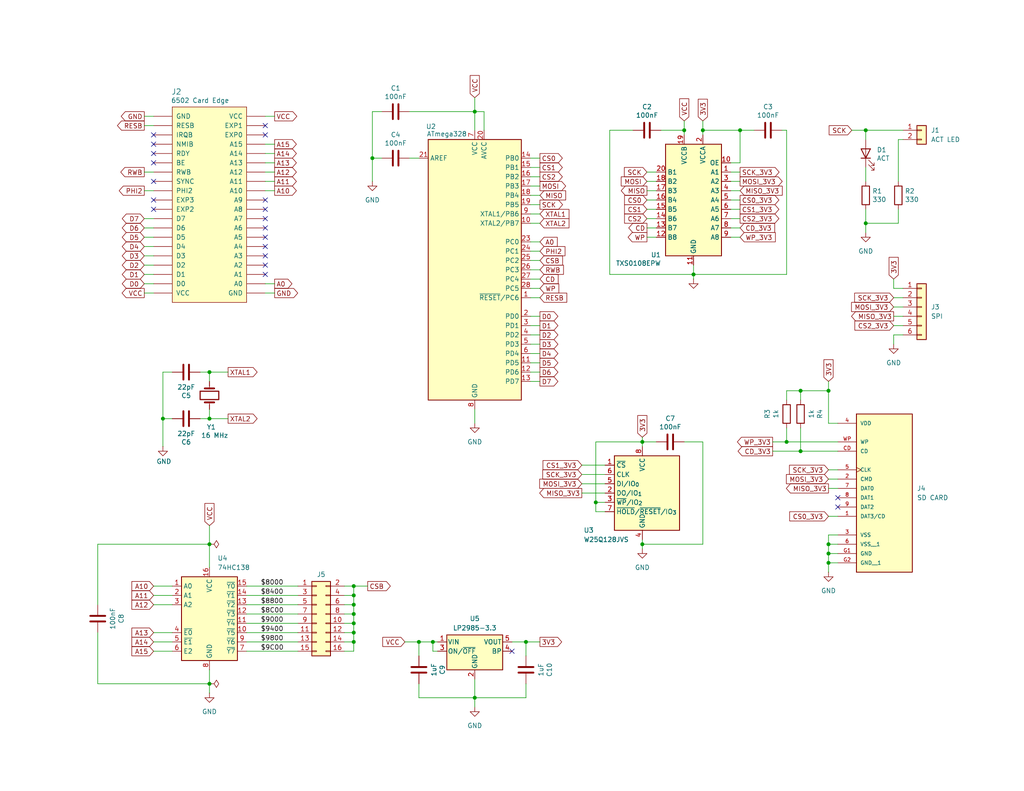
<source format=kicad_sch>
(kicad_sch (version 20250114) (generator "eeschema") (generator_version "9.0")
  (paper "USLetter")
  (title_block (title "6502 Storage Card Pro") (date "2025-12-08") (rev "1.0") (company "A.C. Wright Design"))
  (lib_symbols
    (symbol "6502 Parts:10067847-001RLF" (pin_names (offset 1.016))
      (property "Reference" "J" (at -7.62 19.05 0))
      (property "Value" "10067847-001RLF" (at -7.62 -27.94 0))
      (symbol "10067847-001RLF_0_0"
        (pin power_in line (at -12.7 15.24 0) (length 5.08) (name "VDD") (number "4"))
        (pin input line (at -12.7 10.16 0) (length 5.08) (name "WP") (number "WP"))
        (pin input line (at -12.7 7.62 0) (length 5.08) (name "CD") (number "CD"))
        (pin bidirectional clock (at -12.7 2.54 0) (length 5.08) (name "CLK") (number "5"))
        (pin bidirectional line (at -12.7 0 0) (length 5.08) (name "CMD") (number "2"))
        (pin bidirectional line (at -12.7 -2.54 0) (length 5.08) (name "DAT0") (number "7"))
        (pin bidirectional line (at -12.7 -5.08 0) (length 5.08) (name "DAT1") (number "8"))
        (pin bidirectional line (at -12.7 -7.62 0) (length 5.08) (name "DAT2") (number "9"))
        (pin bidirectional line (at -12.7 -10.16 0) (length 5.08) (name "DAT3/CD") (number "1"))
        (pin power_in line (at -12.7 -15.24 0) (length 5.08) (name "VSS") (number "3"))
        (pin power_in line (at -12.7 -17.78 0) (length 5.08) (name "VSS__1") (number "6"))
        (pin power_in line (at -12.7 -20.32 0) (length 5.08) (name "GND") (number "G1"))
        (pin power_in line (at -12.7 -22.86 0) (length 5.08) (name "GND__1") (number "G2"))
      )
    )
    (symbol "6502 Parts:6502 Card Edge" (pin_names (offset 1.016)) (in_bom no)
      (property "Reference" "J" (at -10.16 28.448 0))
      (property "Value" "6502 Card Edge" (at -5.588 26.924 0))
      (symbol "6502 Card Edge_1_0"
        (pin power_in line (at -15.24 22.86 0) (length 5.08) (name "GND") (number "GND"))
        (pin bidirectional line (at -15.24 20.32 0) (length 5.08) (name "RESB") (number "RESB"))
        (pin bidirectional line (at -15.24 17.78 0) (length 5.08) (name "IRQB") (number "IRQB"))
        (pin bidirectional line (at -15.24 15.24 0) (length 5.08) (name "NMIB") (number "NMIB"))
        (pin bidirectional line (at -15.24 12.7 0) (length 5.08) (name "RDY") (number "RDY"))
        (pin bidirectional line (at -15.24 10.16 0) (length 5.08) (name "BE") (number "BE"))
        (pin bidirectional line (at -15.24 7.62 0) (length 5.08) (name "RWB") (number "RWB"))
        (pin bidirectional line (at -15.24 5.08 0) (length 5.08) (name "SYNC") (number "SYNC"))
        (pin bidirectional line (at -15.24 2.54 0) (length 5.08) (name "PHI2") (number "PHI2"))
        (pin bidirectional line (at -15.24 0 0) (length 5.08) (name "EXP3") (number "EXP3"))
        (pin bidirectional line (at -15.24 -2.54 0) (length 5.08) (name "EXP2") (number "EXP2"))
        (pin bidirectional line (at -15.24 -5.08 0) (length 5.08) (name "D7") (number "D7"))
        (pin bidirectional line (at -15.24 -7.62 0) (length 5.08) (name "D6") (number "D6"))
        (pin bidirectional line (at -15.24 -10.16 0) (length 5.08) (name "D5") (number "D5"))
        (pin bidirectional line (at -15.24 -12.7 0) (length 5.08) (name "D4") (number "D4"))
        (pin bidirectional line (at -15.24 -15.24 0) (length 5.08) (name "D3") (number "D3"))
        (pin bidirectional line (at -15.24 -17.78 0) (length 5.08) (name "D2") (number "D2"))
        (pin bidirectional line (at -15.24 -20.32 0) (length 5.08) (name "D1") (number "D1"))
        (pin bidirectional line (at -15.24 -22.86 0) (length 5.08) (name "D0") (number "D0"))
        (pin power_in line (at -15.24 -25.4 0) (length 5.08) (name "VCC") (number "VCC"))
        (pin power_in line (at 15.24 22.86 180) (length 5.08) (name "VCC") (number "VCC"))
        (pin bidirectional line (at 15.24 20.32 180) (length 5.08) (name "EXP1") (number "EXP1"))
        (pin bidirectional line (at 15.24 17.78 180) (length 5.08) (name "EXP0") (number "EXP0"))
        (pin bidirectional line (at 15.24 15.24 180) (length 5.08) (name "A15") (number "A15"))
        (pin bidirectional line (at 15.24 12.7 180) (length 5.08) (name "A14") (number "A14"))
        (pin bidirectional line (at 15.24 10.16 180) (length 5.08) (name "A13") (number "A13"))
        (pin bidirectional line (at 15.24 7.62 180) (length 5.08) (name "A12") (number "A12"))
        (pin bidirectional line (at 15.24 5.08 180) (length 5.08) (name "A11") (number "A11"))
        (pin bidirectional line (at 15.24 2.54 180) (length 5.08) (name "A10") (number "A10"))
        (pin bidirectional line (at 15.24 0 180) (length 5.08) (name "A9") (number "A9"))
        (pin bidirectional line (at 15.24 -2.54 180) (length 5.08) (name "A8") (number "A8"))
        (pin bidirectional line (at 15.24 -5.08 180) (length 5.08) (name "A7") (number "A7"))
        (pin bidirectional line (at 15.24 -7.62 180) (length 5.08) (name "A6") (number "A6"))
        (pin bidirectional line (at 15.24 -10.16 180) (length 5.08) (name "A5") (number "A5"))
        (pin bidirectional line (at 15.24 -12.7 180) (length 5.08) (name "A4") (number "A4"))
        (pin bidirectional line (at 15.24 -15.24 180) (length 5.08) (name "A3") (number "A3"))
        (pin bidirectional line (at 15.24 -17.78 180) (length 5.08) (name "A2") (number "A2"))
        (pin bidirectional line (at 15.24 -20.32 180) (length 5.08) (name "A1") (number "A1"))
        (pin bidirectional line (at 15.24 -22.86 180) (length 5.08) (name "A0") (number "A0"))
        (pin power_in line (at 15.24 -25.4 180) (length 5.08) (name "GND") (number "GND"))
      )
    )
    (symbol "74xx:74HC138"
      (property "Reference" "U" (at -7.62 13.97 0))
      (property "Value" "74HC138" (at 2.54 -11.43 0))
      (symbol "74HC138_1_1"
        (pin input line (at -10.16 10.16 0) (length 2.54) (name "A0") (number "1"))
        (pin input line (at -10.16 7.62 0) (length 2.54) (name "A1") (number "2"))
        (pin input line (at -10.16 5.08 0) (length 2.54) (name "A2") (number "3"))
        (pin input line (at -10.16 -2.54 0) (length 2.54) (name "~{E0}") (number "4"))
        (pin input line (at -10.16 -5.08 0) (length 2.54) (name "~{E1}") (number "5"))
        (pin input line (at -10.16 -7.62 0) (length 2.54) (name "E2") (number "6"))
        (pin power_in line (at 0 15.24 270) (length 2.54) (name "VCC") (number "16"))
        (pin power_in line (at 0 -12.7 90) (length 2.54) (name "GND") (number "8"))
        (pin output line (at 10.16 10.16 180) (length 2.54) (name "~{Y0}") (number "15"))
        (pin output line (at 10.16 7.62 180) (length 2.54) (name "~{Y1}") (number "14"))
        (pin output line (at 10.16 5.08 180) (length 2.54) (name "~{Y2}") (number "13"))
        (pin output line (at 10.16 2.54 180) (length 2.54) (name "~{Y3}") (number "12"))
        (pin output line (at 10.16 0 180) (length 2.54) (name "~{Y4}") (number "11"))
        (pin output line (at 10.16 -2.54 180) (length 2.54) (name "~{Y5}") (number "10"))
        (pin output line (at 10.16 -5.08 180) (length 2.54) (name "~{Y6}") (number "9"))
        (pin output line (at 10.16 -7.62 180) (length 2.54) (name "~{Y7}") (number "7"))
      )
    )
    (symbol "Connector_Generic:Conn_01x02" (pin_names (offset 1.016) (hide yes))
      (property "Reference" "J" (at 0 2.54 0))
      (property "Value" "Conn_01x02" (at 0 -5.08 0))
      (symbol "Conn_01x02_1_1"
        (pin passive line (at -5.08 0 0) (length 3.81) (name "Pin_1") (number "1"))
        (pin passive line (at -5.08 -2.54 0) (length 3.81) (name "Pin_2") (number "2"))
      )
    )
    (symbol "Connector_Generic:Conn_01x06" (pin_names (offset 1.016) (hide yes))
      (property "Reference" "J" (at 0 7.62 0))
      (property "Value" "Conn_01x06" (at 0 -10.16 0))
      (symbol "Conn_01x06_1_1"
        (pin passive line (at -5.08 5.08 0) (length 3.81) (name "Pin_1") (number "1"))
        (pin passive line (at -5.08 2.54 0) (length 3.81) (name "Pin_2") (number "2"))
        (pin passive line (at -5.08 0 0) (length 3.81) (name "Pin_3") (number "3"))
        (pin passive line (at -5.08 -2.54 0) (length 3.81) (name "Pin_4") (number "4"))
        (pin passive line (at -5.08 -5.08 0) (length 3.81) (name "Pin_5") (number "5"))
        (pin passive line (at -5.08 -7.62 0) (length 3.81) (name "Pin_6") (number "6"))
      )
    )
    (symbol "Connector_Generic:Conn_02x08_Odd_Even" (pin_names (offset 1.016) (hide yes))
      (property "Reference" "J" (at 1.27 10.16 0))
      (property "Value" "Conn_02x08_Odd_Even" (at 1.27 -12.7 0))
      (symbol "Conn_02x08_Odd_Even_1_1"
        (pin passive line (at -5.08 7.62 0) (length 3.81) (name "Pin_1") (number "1"))
        (pin passive line (at -5.08 5.08 0) (length 3.81) (name "Pin_3") (number "3"))
        (pin passive line (at -5.08 2.54 0) (length 3.81) (name "Pin_5") (number "5"))
        (pin passive line (at -5.08 0 0) (length 3.81) (name "Pin_7") (number "7"))
        (pin passive line (at -5.08 -2.54 0) (length 3.81) (name "Pin_9") (number "9"))
        (pin passive line (at -5.08 -5.08 0) (length 3.81) (name "Pin_11") (number "11"))
        (pin passive line (at -5.08 -7.62 0) (length 3.81) (name "Pin_13") (number "13"))
        (pin passive line (at -5.08 -10.16 0) (length 3.81) (name "Pin_15") (number "15"))
        (pin passive line (at 7.62 7.62 180) (length 3.81) (name "Pin_2") (number "2"))
        (pin passive line (at 7.62 5.08 180) (length 3.81) (name "Pin_4") (number "4"))
        (pin passive line (at 7.62 2.54 180) (length 3.81) (name "Pin_6") (number "6"))
        (pin passive line (at 7.62 0 180) (length 3.81) (name "Pin_8") (number "8"))
        (pin passive line (at 7.62 -2.54 180) (length 3.81) (name "Pin_10") (number "10"))
        (pin passive line (at 7.62 -5.08 180) (length 3.81) (name "Pin_12") (number "12"))
        (pin passive line (at 7.62 -7.62 180) (length 3.81) (name "Pin_14") (number "14"))
        (pin passive line (at 7.62 -10.16 180) (length 3.81) (name "Pin_16") (number "16"))
      )
    )
    (symbol "Device:C" (pin_numbers (hide yes)) (pin_names (offset 0.254))
      (property "Reference" "C" (at 0.635 2.54 0))
      (property "Value" "C" (at 0.635 -2.54 0))
      (symbol "C_1_1"
        (pin passive line (at 0 3.81 270) (length 2.794) (name "~") (number "1"))
        (pin passive line (at 0 -3.81 90) (length 2.794) (name "~") (number "2"))
      )
    )
    (symbol "Device:Crystal" (pin_numbers (hide yes)) (pin_names (offset 1.016) (hide yes))
      (property "Reference" "Y" (at 0 3.81 0))
      (property "Value" "Crystal" (at 0 -3.81 0))
      (symbol "Crystal_1_1"
        (pin passive line (at -3.81 0 0) (length 1.27) (name "1") (number "1"))
        (pin passive line (at 3.81 0 180) (length 1.27) (name "2") (number "2"))
      )
    )
    (symbol "Device:LED" (pin_numbers (hide yes)) (pin_names (offset 1.016) (hide yes))
      (property "Reference" "D" (at 0 2.54 0))
      (property "Value" "LED" (at 0 -2.54 0))
      (symbol "LED_1_1"
        (pin passive line (at -3.81 0 0) (length 2.54) (name "K") (number "1"))
        (pin passive line (at 3.81 0 180) (length 2.54) (name "A") (number "2"))
      )
    )
    (symbol "Device:R" (pin_numbers (hide yes)) (pin_names (offset 0))
      (property "Reference" "R" (at 2.032 0 90))
      (property "Value" "R" (at 0 0 90))
      (symbol "R_1_1"
        (pin passive line (at 0 3.81 270) (length 1.27) (name "~") (number "1"))
        (pin passive line (at 0 -3.81 90) (length 1.27) (name "~") (number "2"))
      )
    )
    (symbol "Logic_LevelTranslator:TXS0108EPW"
      (property "Reference" "U" (at -6.35 16.51 0))
      (property "Value" "TXS0108EPW" (at 3.81 16.51 0))
      (symbol "TXS0108EPW_1_1"
        (pin input line (at -10.16 10.16 0) (length 2.54) (name "OE") (number "10"))
        (pin bidirectional line (at -10.16 7.62 0) (length 2.54) (name "A1") (number "1"))
        (pin bidirectional line (at -10.16 5.08 0) (length 2.54) (name "A2") (number "3"))
        (pin bidirectional line (at -10.16 2.54 0) (length 2.54) (name "A3") (number "4"))
        (pin bidirectional line (at -10.16 0 0) (length 2.54) (name "A4") (number "5"))
        (pin bidirectional line (at -10.16 -2.54 0) (length 2.54) (name "A5") (number "6"))
        (pin bidirectional line (at -10.16 -5.08 0) (length 2.54) (name "A6") (number "7"))
        (pin bidirectional line (at -10.16 -7.62 0) (length 2.54) (name "A7") (number "8"))
        (pin bidirectional line (at -10.16 -10.16 0) (length 2.54) (name "A8") (number "9"))
        (pin power_in line (at -2.54 17.78 270) (length 2.54) (name "VCCA") (number "2"))
        (pin power_in line (at 0 -17.78 90) (length 2.54) (name "GND") (number "11"))
        (pin power_in line (at 2.54 17.78 270) (length 2.54) (name "VCCB") (number "19"))
        (pin bidirectional line (at 10.16 7.62 180) (length 2.54) (name "B1") (number "20"))
        (pin bidirectional line (at 10.16 5.08 180) (length 2.54) (name "B2") (number "18"))
        (pin bidirectional line (at 10.16 2.54 180) (length 2.54) (name "B3") (number "17"))
        (pin bidirectional line (at 10.16 0 180) (length 2.54) (name "B4") (number "16"))
        (pin bidirectional line (at 10.16 -2.54 180) (length 2.54) (name "B5") (number "15"))
        (pin bidirectional line (at 10.16 -5.08 180) (length 2.54) (name "B6") (number "14"))
        (pin bidirectional line (at 10.16 -7.62 180) (length 2.54) (name "B7") (number "13"))
        (pin bidirectional line (at 10.16 -10.16 180) (length 2.54) (name "B8") (number "12"))
      )
    )
    (symbol "MCU_Microchip_ATmega:ATmega328-P"
      (property "Reference" "U" (at -12.7 36.83 0))
      (property "Value" "ATmega328-P" (at 2.54 -36.83 0))
      (symbol "ATmega328-P_1_1"
        (pin passive line (at -15.24 30.48 0) (length 2.54) (name "AREF") (number "21"))
        (pin power_in line (at 0 38.1 270) (length 2.54) (name "VCC") (number "7"))
        (pin passive line (at 0 -38.1 90) (length 2.54) (hide yes) (name "GND") (number "22"))
        (pin power_in line (at 0 -38.1 90) (length 2.54) (name "GND") (number "8"))
        (pin power_in line (at 2.54 38.1 270) (length 2.54) (name "AVCC") (number "20"))
        (pin bidirectional line (at 15.24 30.48 180) (length 2.54) (name "PB0") (number "14"))
        (pin bidirectional line (at 15.24 27.94 180) (length 2.54) (name "PB1") (number "15"))
        (pin bidirectional line (at 15.24 25.4 180) (length 2.54) (name "PB2") (number "16"))
        (pin bidirectional line (at 15.24 22.86 180) (length 2.54) (name "PB3") (number "17"))
        (pin bidirectional line (at 15.24 20.32 180) (length 2.54) (name "PB4") (number "18"))
        (pin bidirectional line (at 15.24 17.78 180) (length 2.54) (name "PB5") (number "19"))
        (pin bidirectional line (at 15.24 15.24 180) (length 2.54) (name "XTAL1/PB6") (number "9"))
        (pin bidirectional line (at 15.24 12.7 180) (length 2.54) (name "XTAL2/PB7") (number "10"))
        (pin bidirectional line (at 15.24 7.62 180) (length 2.54) (name "PC0") (number "23"))
        (pin bidirectional line (at 15.24 5.08 180) (length 2.54) (name "PC1") (number "24"))
        (pin bidirectional line (at 15.24 2.54 180) (length 2.54) (name "PC2") (number "25"))
        (pin bidirectional line (at 15.24 0 180) (length 2.54) (name "PC3") (number "26"))
        (pin bidirectional line (at 15.24 -2.54 180) (length 2.54) (name "PC4") (number "27"))
        (pin bidirectional line (at 15.24 -5.08 180) (length 2.54) (name "PC5") (number "28"))
        (pin bidirectional line (at 15.24 -7.62 180) (length 2.54) (name "~{RESET}/PC6") (number "1"))
        (pin bidirectional line (at 15.24 -12.7 180) (length 2.54) (name "PD0") (number "2"))
        (pin bidirectional line (at 15.24 -15.24 180) (length 2.54) (name "PD1") (number "3"))
        (pin bidirectional line (at 15.24 -17.78 180) (length 2.54) (name "PD2") (number "4"))
        (pin bidirectional line (at 15.24 -20.32 180) (length 2.54) (name "PD3") (number "5"))
        (pin bidirectional line (at 15.24 -22.86 180) (length 2.54) (name "PD4") (number "6"))
        (pin bidirectional line (at 15.24 -25.4 180) (length 2.54) (name "PD5") (number "11"))
        (pin bidirectional line (at 15.24 -27.94 180) (length 2.54) (name "PD6") (number "12"))
        (pin bidirectional line (at 15.24 -30.48 180) (length 2.54) (name "PD7") (number "13"))
      )
    )
    (symbol "Memory_Flash:W25Q128JVS"
      (property "Reference" "U" (at -6.35 11.43 0))
      (property "Value" "W25Q128JVS" (at 7.62 11.43 0))
      (symbol "W25Q128JVS_1_1"
        (pin input line (at -10.16 7.62 0) (length 2.54) (name "~{CS}") (number "1"))
        (pin input line (at -10.16 5.08 0) (length 2.54) (name "CLK") (number "6"))
        (pin bidirectional line (at -10.16 2.54 0) (length 2.54) (name "DI/IO_{0}") (number "5"))
        (pin bidirectional line (at -10.16 0 0) (length 2.54) (name "DO/IO_{1}") (number "2"))
        (pin bidirectional line (at -10.16 -2.54 0) (length 2.54) (name "~{WP}/IO_{2}") (number "3"))
        (pin bidirectional line (at -10.16 -5.08 0) (length 2.54) (name "~{HOLD}/~{RESET}/IO_{3}") (number "7"))
        (pin power_in line (at 0 12.7 270) (length 2.54) (name "VCC") (number "8"))
        (pin power_in line (at 0 -12.7 90) (length 2.54) (name "GND") (number "4"))
      )
    )
    (symbol "Regulator_Linear:LP2985-3.3" (pin_names (offset 0.254))
      (property "Reference" "U" (at -6.35 5.715 0))
      (property "Value" "LP2985-3.3" (at 0 5.715 0))
      (symbol "LP2985-3.3_1_1"
        (pin power_in line (at -10.16 2.54 0) (length 2.54) (name "VIN") (number "1"))
        (pin input line (at -10.16 0 0) (length 2.54) (name "ON/~{OFF}") (number "3"))
        (pin power_in line (at 0 -7.62 90) (length 2.54) (name "GND") (number "2"))
        (pin power_out line (at 10.16 2.54 180) (length 2.54) (name "VOUT") (number "5"))
        (pin input line (at 10.16 0 180) (length 2.54) (name "BP") (number "4"))
      )
    )
    (symbol "power:GND" (power) (pin_numbers (hide yes)) (pin_names (offset 0) (hide yes))
      (property "Value" "GND" (at 0 -3.81 0))
      (symbol "GND_1_1"
        (pin power_in line (at 0 0 270) (length 0) (name "~") (number "1"))
      )
    )
    (symbol "power:PWR_FLAG" (power) (pin_numbers (hide yes)) (pin_names (offset 0) (hide yes))
      (property "Value" "PWR_FLAG" (at 0 3.81 0))
      (symbol "PWR_FLAG_0_0"
        (pin power_out line (at 0 0 90) (length 0) (name "~") (number "1"))
      )
    )
  )
  (junction (at 175.26 120.65))
  (junction (at 101.6 43.18))
  (junction (at 118.11 175.26))
  (junction (at 96.52 162.56))
  (junction (at 226.06 148.59))
  (junction (at 226.06 153.67))
  (junction (at 236.22 35.56))
  (junction (at 96.52 160.02))
  (junction (at 218.44 123.19))
  (junction (at 129.54 190.5))
  (junction (at 143.51 175.26))
  (junction (at 214.63 120.65))
  (junction (at 57.15 186.69))
  (junction (at 226.06 106.68))
  (junction (at 189.23 74.93))
  (junction (at 114.3 175.26))
  (junction (at 96.52 170.18))
  (junction (at 96.52 165.1))
  (junction (at 96.52 167.64))
  (junction (at 201.93 35.56))
  (junction (at 44.45 114.3))
  (junction (at 175.26 148.59))
  (junction (at 226.06 151.13))
  (junction (at 236.22 60.96))
  (junction (at 57.15 101.6))
  (junction (at 129.54 30.48))
  (junction (at 57.15 148.59))
  (junction (at 186.69 35.56))
  (junction (at 191.77 35.56))
  (junction (at 96.52 175.26))
  (junction (at 96.52 172.72))
  (junction (at 218.44 106.68))
  (junction (at 57.15 114.3))
  (junction (at 162.56 137.16))
  (no_connect (at 72.39 36.83))
  (no_connect (at 41.91 39.37))
  (no_connect (at 41.91 36.83))
  (no_connect (at 72.39 69.85))
  (no_connect (at 72.39 59.69))
  (no_connect (at 41.91 49.53))
  (no_connect (at 41.91 41.91))
  (no_connect (at 228.6 138.43))
  (no_connect (at 72.39 72.39))
  (no_connect (at 72.39 64.77))
  (no_connect (at 139.7 177.8))
  (no_connect (at 41.91 57.15))
  (no_connect (at 72.39 54.61))
  (no_connect (at 72.39 34.29))
  (no_connect (at 41.91 54.61))
  (no_connect (at 72.39 67.31))
  (no_connect (at 228.6 135.89))
  (no_connect (at 72.39 62.23))
  (no_connect (at 72.39 74.93))
  (no_connect (at 41.91 44.45))
  (no_connect (at 72.39 57.15))
  (wire (pts (xy 214.63 106.68) (xy 218.44 106.68)))
  (wire (pts (xy 226.06 130.81) (xy 228.6 130.81)))
  (wire (pts (xy 96.52 167.64) (xy 93.98 167.64)))
  (wire (pts (xy 144.78 91.44) (xy 147.32 91.44)))
  (wire (pts (xy 39.37 52.07) (xy 41.91 52.07)))
  (wire (pts (xy 39.37 31.75) (xy 41.91 31.75)))
  (wire (pts (xy 39.37 74.93) (xy 41.91 74.93)))
  (wire (pts (xy 175.26 147.32) (xy 175.26 148.59)))
  (wire (pts (xy 189.23 76.2) (xy 189.23 74.93)))
  (wire (pts (xy 41.91 175.26) (xy 46.99 175.26)))
  (wire (pts (xy 39.37 69.85) (xy 41.91 69.85)))
  (wire (pts (xy 191.77 33.02) (xy 191.77 35.56)))
  (wire (pts (xy 214.63 116.84) (xy 214.63 120.65)))
  (wire (pts (xy 57.15 111.76) (xy 57.15 114.3)))
  (wire (pts (xy 39.37 34.29) (xy 41.91 34.29)))
  (wire (pts (xy 41.91 162.56) (xy 46.99 162.56)))
  (wire (pts (xy 246.38 38.1) (xy 245.11 38.1)))
  (wire (pts (xy 39.37 77.47) (xy 41.91 77.47)))
  (wire (pts (xy 101.6 43.18) (xy 101.6 30.48)))
  (wire (pts (xy 143.51 175.26) (xy 143.51 179.07)))
  (wire (pts (xy 226.06 140.97) (xy 228.6 140.97)))
  (wire (pts (xy 67.31 162.56) (xy 81.28 162.56)))
  (wire (pts (xy 72.39 77.47) (xy 74.93 77.47)))
  (wire (pts (xy 67.31 177.8) (xy 81.28 177.8)))
  (wire (pts (xy 96.52 175.26) (xy 96.52 172.72)))
  (wire (pts (xy 175.26 120.65) (xy 175.26 121.92)))
  (wire (pts (xy 96.52 172.72) (xy 96.52 170.18)))
  (wire (pts (xy 114.3 175.26) (xy 118.11 175.26)))
  (wire (pts (xy 243.84 78.74) (xy 246.38 78.74)))
  (wire (pts (xy 96.52 170.18) (xy 93.98 170.18)))
  (wire (pts (xy 57.15 114.3) (xy 54.61 114.3)))
  (wire (pts (xy 144.78 99.06) (xy 147.32 99.06)))
  (wire (pts (xy 39.37 62.23) (xy 41.91 62.23)))
  (wire (pts (xy 179.07 52.07) (xy 176.53 52.07)))
  (wire (pts (xy 165.1 137.16) (xy 162.56 137.16)))
  (wire (pts (xy 143.51 190.5) (xy 129.54 190.5)))
  (wire (pts (xy 72.39 80.01) (xy 74.93 80.01)))
  (wire (pts (xy 172.72 35.56) (xy 166.37 35.56)))
  (wire (pts (xy 210.82 123.19) (xy 218.44 123.19)))
  (wire (pts (xy 26.67 148.59) (xy 26.67 165.1)))
  (wire (pts (xy 179.07 62.23) (xy 176.53 62.23)))
  (wire (pts (xy 214.63 74.93) (xy 189.23 74.93)))
  (wire (pts (xy 243.84 86.36) (xy 246.38 86.36)))
  (wire (pts (xy 67.31 175.26) (xy 81.28 175.26)))
  (wire (pts (xy 111.76 30.48) (xy 129.54 30.48)))
  (wire (pts (xy 226.06 153.67) (xy 226.06 151.13)))
  (wire (pts (xy 226.06 151.13) (xy 228.6 151.13)))
  (wire (pts (xy 143.51 186.69) (xy 143.51 190.5)))
  (wire (pts (xy 243.84 81.28) (xy 246.38 81.28)))
  (wire (pts (xy 175.26 119.38) (xy 175.26 120.65)))
  (wire (pts (xy 57.15 104.14) (xy 57.15 101.6)))
  (wire (pts (xy 118.11 175.26) (xy 119.38 175.26)))
  (wire (pts (xy 72.39 31.75) (xy 74.93 31.75)))
  (wire (pts (xy 191.77 120.65) (xy 191.77 148.59)))
  (wire (pts (xy 41.91 177.8) (xy 46.99 177.8)))
  (wire (pts (xy 218.44 106.68) (xy 226.06 106.68)))
  (wire (pts (xy 132.08 30.48) (xy 129.54 30.48)))
  (wire (pts (xy 158.75 132.08) (xy 165.1 132.08)))
  (wire (pts (xy 245.11 60.96) (xy 236.22 60.96)))
  (wire (pts (xy 179.07 57.15) (xy 176.53 57.15)))
  (wire (pts (xy 166.37 35.56) (xy 166.37 74.93)))
  (wire (pts (xy 39.37 64.77) (xy 41.91 64.77)))
  (wire (pts (xy 57.15 101.6) (xy 54.61 101.6)))
  (wire (pts (xy 236.22 57.15) (xy 236.22 60.96)))
  (wire (pts (xy 57.15 148.59) (xy 57.15 154.94)))
  (wire (pts (xy 214.63 35.56) (xy 213.36 35.56)))
  (wire (pts (xy 144.78 86.36) (xy 147.32 86.36)))
  (wire (pts (xy 72.39 39.37) (xy 74.93 39.37)))
  (wire (pts (xy 67.31 160.02) (xy 81.28 160.02)))
  (wire (pts (xy 41.91 160.02) (xy 46.99 160.02)))
  (wire (pts (xy 186.69 35.56) (xy 186.69 36.83)))
  (wire (pts (xy 114.3 190.5) (xy 129.54 190.5)))
  (wire (pts (xy 144.78 81.28) (xy 147.32 81.28)))
  (wire (pts (xy 210.82 120.65) (xy 214.63 120.65)))
  (wire (pts (xy 201.93 44.45) (xy 201.93 35.56)))
  (wire (pts (xy 162.56 139.7) (xy 162.56 137.16)))
  (wire (pts (xy 72.39 46.99) (xy 74.93 46.99)))
  (wire (pts (xy 144.78 101.6) (xy 147.32 101.6)))
  (wire (pts (xy 191.77 148.59) (xy 175.26 148.59)))
  (wire (pts (xy 158.75 134.62) (xy 165.1 134.62)))
  (wire (pts (xy 144.78 55.88) (xy 147.32 55.88)))
  (wire (pts (xy 46.99 101.6) (xy 44.45 101.6)))
  (wire (pts (xy 199.39 44.45) (xy 201.93 44.45)))
  (wire (pts (xy 72.39 49.53) (xy 74.93 49.53)))
  (wire (pts (xy 101.6 49.53) (xy 101.6 43.18)))
  (wire (pts (xy 72.39 44.45) (xy 74.93 44.45)))
  (wire (pts (xy 26.67 186.69) (xy 26.67 172.72)))
  (wire (pts (xy 201.93 64.77) (xy 199.39 64.77)))
  (wire (pts (xy 57.15 186.69) (xy 57.15 189.23)))
  (wire (pts (xy 101.6 30.48) (xy 104.14 30.48)))
  (wire (pts (xy 39.37 46.99) (xy 41.91 46.99)))
  (wire (pts (xy 129.54 185.42) (xy 129.54 190.5)))
  (wire (pts (xy 226.06 146.05) (xy 228.6 146.05)))
  (wire (pts (xy 189.23 74.93) (xy 189.23 72.39)))
  (wire (pts (xy 179.07 64.77) (xy 176.53 64.77)))
  (wire (pts (xy 201.93 46.99) (xy 199.39 46.99)))
  (wire (pts (xy 129.54 30.48) (xy 129.54 35.56)))
  (wire (pts (xy 132.08 30.48) (xy 132.08 35.56)))
  (wire (pts (xy 72.39 52.07) (xy 74.93 52.07)))
  (wire (pts (xy 67.31 167.64) (xy 81.28 167.64)))
  (wire (pts (xy 67.31 170.18) (xy 81.28 170.18)))
  (wire (pts (xy 186.69 35.56) (xy 180.34 35.56)))
  (wire (pts (xy 214.63 35.56) (xy 214.63 74.93)))
  (wire (pts (xy 144.78 104.14) (xy 147.32 104.14)))
  (wire (pts (xy 236.22 60.96) (xy 236.22 63.5)))
  (wire (pts (xy 245.11 57.15) (xy 245.11 60.96)))
  (wire (pts (xy 158.75 127) (xy 165.1 127)))
  (wire (pts (xy 201.93 59.69) (xy 199.39 59.69)))
  (wire (pts (xy 243.84 76.2) (xy 243.84 78.74)))
  (wire (pts (xy 162.56 120.65) (xy 175.26 120.65)))
  (wire (pts (xy 144.78 76.2) (xy 147.32 76.2)))
  (wire (pts (xy 96.52 162.56) (xy 96.52 160.02)))
  (wire (pts (xy 191.77 35.56) (xy 191.77 36.83)))
  (wire (pts (xy 67.31 172.72) (xy 81.28 172.72)))
  (wire (pts (xy 57.15 148.59) (xy 57.15 143.51)))
  (wire (pts (xy 96.52 160.02) (xy 100.33 160.02)))
  (wire (pts (xy 144.78 88.9) (xy 147.32 88.9)))
  (wire (pts (xy 26.67 186.69) (xy 57.15 186.69)))
  (wire (pts (xy 41.91 165.1) (xy 46.99 165.1)))
  (wire (pts (xy 93.98 165.1) (xy 96.52 165.1)))
  (wire (pts (xy 118.11 177.8) (xy 118.11 175.26)))
  (wire (pts (xy 201.93 52.07) (xy 199.39 52.07)))
  (wire (pts (xy 175.26 120.65) (xy 179.07 120.65)))
  (wire (pts (xy 143.51 175.26) (xy 147.32 175.26)))
  (wire (pts (xy 243.84 88.9) (xy 246.38 88.9)))
  (wire (pts (xy 110.49 175.26) (xy 114.3 175.26)))
  (wire (pts (xy 243.84 83.82) (xy 246.38 83.82)))
  (wire (pts (xy 44.45 121.92) (xy 44.45 114.3)))
  (wire (pts (xy 232.41 35.56) (xy 236.22 35.56)))
  (wire (pts (xy 41.91 172.72) (xy 46.99 172.72)))
  (wire (pts (xy 67.31 165.1) (xy 81.28 165.1)))
  (wire (pts (xy 179.07 49.53) (xy 176.53 49.53)))
  (wire (pts (xy 62.23 101.6) (xy 57.15 101.6)))
  (wire (pts (xy 144.78 45.72) (xy 147.32 45.72)))
  (wire (pts (xy 214.63 109.22) (xy 214.63 106.68)))
  (wire (pts (xy 129.54 190.5) (xy 129.54 193.04)))
  (wire (pts (xy 39.37 80.01) (xy 41.91 80.01)))
  (wire (pts (xy 44.45 114.3) (xy 46.99 114.3)))
  (wire (pts (xy 201.93 49.53) (xy 199.39 49.53)))
  (wire (pts (xy 179.07 46.99) (xy 176.53 46.99)))
  (wire (pts (xy 96.52 177.8) (xy 96.52 175.26)))
  (wire (pts (xy 243.84 93.98) (xy 243.84 91.44)))
  (wire (pts (xy 144.78 53.34) (xy 147.32 53.34)))
  (wire (pts (xy 166.37 74.93) (xy 189.23 74.93)))
  (wire (pts (xy 62.23 114.3) (xy 57.15 114.3)))
  (wire (pts (xy 226.06 115.57) (xy 228.6 115.57)))
  (wire (pts (xy 226.06 148.59) (xy 226.06 146.05)))
  (wire (pts (xy 144.78 96.52) (xy 147.32 96.52)))
  (wire (pts (xy 144.78 43.18) (xy 147.32 43.18)))
  (wire (pts (xy 243.84 91.44) (xy 246.38 91.44)))
  (wire (pts (xy 205.74 35.56) (xy 201.93 35.56)))
  (wire (pts (xy 144.78 66.04) (xy 147.32 66.04)))
  (wire (pts (xy 96.52 162.56) (xy 93.98 162.56)))
  (wire (pts (xy 226.06 133.35) (xy 228.6 133.35)))
  (wire (pts (xy 96.52 170.18) (xy 96.52 167.64)))
  (wire (pts (xy 114.3 175.26) (xy 114.3 179.07)))
  (wire (pts (xy 144.78 60.96) (xy 147.32 60.96)))
  (wire (pts (xy 96.52 167.64) (xy 96.52 165.1)))
  (wire (pts (xy 144.78 78.74) (xy 147.32 78.74)))
  (wire (pts (xy 158.75 129.54) (xy 165.1 129.54)))
  (wire (pts (xy 96.52 172.72) (xy 93.98 172.72)))
  (wire (pts (xy 236.22 38.1) (xy 236.22 35.56)))
  (wire (pts (xy 236.22 45.72) (xy 236.22 49.53)))
  (wire (pts (xy 144.78 48.26) (xy 147.32 48.26)))
  (wire (pts (xy 39.37 72.39) (xy 41.91 72.39)))
  (wire (pts (xy 226.06 104.14) (xy 226.06 106.68)))
  (wire (pts (xy 44.45 114.3) (xy 44.45 101.6)))
  (wire (pts (xy 179.07 54.61) (xy 176.53 54.61)))
  (wire (pts (xy 201.93 57.15) (xy 199.39 57.15)))
  (wire (pts (xy 93.98 160.02) (xy 96.52 160.02)))
  (wire (pts (xy 162.56 137.16) (xy 162.56 120.65)))
  (wire (pts (xy 165.1 139.7) (xy 162.56 139.7)))
  (wire (pts (xy 201.93 35.56) (xy 191.77 35.56)))
  (wire (pts (xy 218.44 109.22) (xy 218.44 106.68)))
  (wire (pts (xy 129.54 111.76) (xy 129.54 115.57)))
  (wire (pts (xy 226.06 156.21) (xy 226.06 153.67)))
  (wire (pts (xy 201.93 54.61) (xy 199.39 54.61)))
  (wire (pts (xy 101.6 43.18) (xy 104.14 43.18)))
  (wire (pts (xy 114.3 186.69) (xy 114.3 190.5)))
  (wire (pts (xy 186.69 33.02) (xy 186.69 35.56)))
  (wire (pts (xy 129.54 26.67) (xy 129.54 30.48)))
  (wire (pts (xy 226.06 148.59) (xy 228.6 148.59)))
  (wire (pts (xy 201.93 62.23) (xy 199.39 62.23)))
  (wire (pts (xy 226.06 106.68) (xy 226.06 115.57)))
  (wire (pts (xy 214.63 120.65) (xy 228.6 120.65)))
  (wire (pts (xy 218.44 116.84) (xy 218.44 123.19)))
  (wire (pts (xy 57.15 148.59) (xy 26.67 148.59)))
  (wire (pts (xy 236.22 35.56) (xy 246.38 35.56)))
  (wire (pts (xy 245.11 38.1) (xy 245.11 49.53)))
  (wire (pts (xy 72.39 41.91) (xy 74.93 41.91)))
  (wire (pts (xy 226.06 128.27) (xy 228.6 128.27)))
  (wire (pts (xy 118.11 177.8) (xy 119.38 177.8)))
  (wire (pts (xy 144.78 71.12) (xy 147.32 71.12)))
  (wire (pts (xy 96.52 165.1) (xy 96.52 162.56)))
  (wire (pts (xy 111.76 43.18) (xy 114.3 43.18)))
  (wire (pts (xy 139.7 175.26) (xy 143.51 175.26)))
  (wire (pts (xy 57.15 182.88) (xy 57.15 186.69)))
  (wire (pts (xy 179.07 59.69) (xy 176.53 59.69)))
  (wire (pts (xy 96.52 175.26) (xy 93.98 175.26)))
  (wire (pts (xy 144.78 93.98) (xy 147.32 93.98)))
  (wire (pts (xy 218.44 123.19) (xy 228.6 123.19)))
  (wire (pts (xy 39.37 67.31) (xy 41.91 67.31)))
  (wire (pts (xy 39.37 59.69) (xy 41.91 59.69)))
  (wire (pts (xy 226.06 151.13) (xy 226.06 148.59)))
  (wire (pts (xy 93.98 177.8) (xy 96.52 177.8)))
  (wire (pts (xy 226.06 153.67) (xy 228.6 153.67)))
  (wire (pts (xy 144.78 50.8) (xy 147.32 50.8)))
  (wire (pts (xy 144.78 68.58) (xy 147.32 68.58)))
  (wire (pts (xy 186.69 120.65) (xy 191.77 120.65)))
  (wire (pts (xy 144.78 73.66) (xy 147.32 73.66)))
  (wire (pts (xy 175.26 148.59) (xy 175.26 149.86)))
  (wire (pts (xy 144.78 58.42) (xy 147.32 58.42)))
  (label "$8000" (at 71.12 160.02 0))
  (label "$9C00" (at 71.12 177.8 0))
  (label "$9400" (at 71.12 172.72 0))
  (label "$8400" (at 71.12 162.56 0))
  (label "$8C00" (at 71.12 167.64 0))
  (label "$9800" (at 71.12 175.26 0))
  (label "$8800" (at 71.12 165.1 0))
  (label "$9000" (at 71.12 170.18 0))
  (global_label "3V3" (shape output) (at 147.32 175.26 0) (property "Intersheetrefs" "${INTERSHEET_REFS}" (effects (hide yes))))
  (global_label "MOSI_3V3" (shape output) (at 201.93 49.53 0) (property "Intersheetrefs" "${INTERSHEET_REFS}" (effects (hide yes))))
  (global_label "VCC" (shape input) (at 186.69 33.02 90) (property "Intersheetrefs" "${INTERSHEET_REFS}" (effects (hide yes))))
  (global_label "SCK" (shape input) (at 176.53 46.99 180) (property "Intersheetrefs" "${INTERSHEET_REFS}" (effects (hide yes))))
  (global_label "CS2" (shape output) (at 147.32 48.26 0) (property "Intersheetrefs" "${INTERSHEET_REFS}" (effects (hide yes))))
  (global_label "CSB" (shape output) (at 100.33 160.02 0) (property "Intersheetrefs" "${INTERSHEET_REFS}" (effects (hide yes))))
  (global_label "3V3" (shape input) (at 226.06 104.14 90) (property "Intersheetrefs" "${INTERSHEET_REFS}" (effects (hide yes))))
  (global_label "MOSI_3V3" (shape input) (at 243.84 83.82 180) (property "Intersheetrefs" "${INTERSHEET_REFS}" (effects (hide yes))))
  (global_label "SCK_3V3" (shape input) (at 243.84 81.28 180) (property "Intersheetrefs" "${INTERSHEET_REFS}" (effects (hide yes))))
  (global_label "VCC" (shape input) (at 57.15 143.51 90) (property "Intersheetrefs" "${INTERSHEET_REFS}" (effects (hide yes))))
  (global_label "A12" (shape output) (at 74.93 46.99 0) (property "Intersheetrefs" "${INTERSHEET_REFS}" (effects (hide yes))))
  (global_label "RWB" (shape input) (at 147.32 73.66 0) (property "Intersheetrefs" "${INTERSHEET_REFS}" (effects (hide yes))))
  (global_label "XTAL1" (shape output) (at 62.23 101.6 0) (property "Intersheetrefs" "${INTERSHEET_REFS}" (effects (hide yes))))
  (global_label "MISO_3V3" (shape input) (at 201.93 52.07 0) (property "Intersheetrefs" "${INTERSHEET_REFS}" (effects (hide yes))))
  (global_label "CS0" (shape input) (at 176.53 54.61 180) (property "Intersheetrefs" "${INTERSHEET_REFS}" (effects (hide yes))))
  (global_label "CS2_3V3" (shape output) (at 201.93 59.69 0) (property "Intersheetrefs" "${INTERSHEET_REFS}" (effects (hide yes))))
  (global_label "MISO_3V3" (shape output) (at 158.75 134.62 180) (property "Intersheetrefs" "${INTERSHEET_REFS}" (effects (hide yes))))
  (global_label "A11" (shape output) (at 74.93 49.53 0) (property "Intersheetrefs" "${INTERSHEET_REFS}" (effects (hide yes))))
  (global_label "A12" (shape input) (at 41.91 165.1 180) (property "Intersheetrefs" "${INTERSHEET_REFS}" (effects (hide yes))))
  (global_label "GND" (shape output) (at 39.37 31.75 180) (property "Intersheetrefs" "${INTERSHEET_REFS}" (effects (hide yes))))
  (global_label "A15" (shape input) (at 41.91 177.8 180) (property "Intersheetrefs" "${INTERSHEET_REFS}" (effects (hide yes))))
  (global_label "MISO" (shape input) (at 147.32 53.34 0) (property "Intersheetrefs" "${INTERSHEET_REFS}" (effects (hide yes))))
  (global_label "MOSI_3V3" (shape input) (at 158.75 132.08 180) (property "Intersheetrefs" "${INTERSHEET_REFS}" (effects (hide yes))))
  (global_label "MISO_3V3" (shape output) (at 243.84 86.36 180) (property "Intersheetrefs" "${INTERSHEET_REFS}" (effects (hide yes))))
  (global_label "MOSI" (shape output) (at 147.32 50.8 0) (property "Intersheetrefs" "${INTERSHEET_REFS}" (effects (hide yes))))
  (global_label "D2" (shape output) (at 147.32 91.44 0) (property "Intersheetrefs" "${INTERSHEET_REFS}" (effects (hide yes))))
  (global_label "MOSI" (shape input) (at 176.53 49.53 180) (property "Intersheetrefs" "${INTERSHEET_REFS}" (effects (hide yes))))
  (global_label "A13" (shape input) (at 41.91 172.72 180) (property "Intersheetrefs" "${INTERSHEET_REFS}" (effects (hide yes))))
  (global_label "D4" (shape output) (at 147.32 96.52 0) (property "Intersheetrefs" "${INTERSHEET_REFS}" (effects (hide yes))))
  (global_label "PHI2" (shape input) (at 147.32 68.58 0) (property "Intersheetrefs" "${INTERSHEET_REFS}" (effects (hide yes))))
  (global_label "3V3" (shape input) (at 243.84 76.2 90) (property "Intersheetrefs" "${INTERSHEET_REFS}" (effects (hide yes))))
  (global_label "A14" (shape output) (at 74.93 41.91 0) (property "Intersheetrefs" "${INTERSHEET_REFS}" (effects (hide yes))))
  (global_label "D3" (shape bidirectional) (at 39.37 69.85 180) (property "Intersheetrefs" "${INTERSHEET_REFS}" (effects (hide yes))))
  (global_label "D4" (shape bidirectional) (at 39.37 67.31 180) (property "Intersheetrefs" "${INTERSHEET_REFS}" (effects (hide yes))))
  (global_label "SCK_3V3" (shape input) (at 226.06 128.27 180) (property "Intersheetrefs" "${INTERSHEET_REFS}" (effects (hide yes))))
  (global_label "D6" (shape bidirectional) (at 39.37 62.23 180) (property "Intersheetrefs" "${INTERSHEET_REFS}" (effects (hide yes))))
  (global_label "3V3" (shape input) (at 175.26 119.38 90) (property "Intersheetrefs" "${INTERSHEET_REFS}" (effects (hide yes))))
  (global_label "VCC" (shape input) (at 129.54 26.67 90) (property "Intersheetrefs" "${INTERSHEET_REFS}" (effects (hide yes))))
  (global_label "WP" (shape input) (at 147.32 78.74 0) (property "Intersheetrefs" "${INTERSHEET_REFS}" (effects (hide yes))))
  (global_label "SCK_3V3" (shape input) (at 158.75 129.54 180) (property "Intersheetrefs" "${INTERSHEET_REFS}" (effects (hide yes))))
  (global_label "WP" (shape output) (at 176.53 64.77 180) (property "Intersheetrefs" "${INTERSHEET_REFS}" (effects (hide yes))))
  (global_label "D0" (shape bidirectional) (at 39.37 77.47 180) (property "Intersheetrefs" "${INTERSHEET_REFS}" (effects (hide yes))))
  (global_label "CS2" (shape input) (at 176.53 59.69 180) (property "Intersheetrefs" "${INTERSHEET_REFS}" (effects (hide yes))))
  (global_label "SCK" (shape output) (at 147.32 55.88 0) (property "Intersheetrefs" "${INTERSHEET_REFS}" (effects (hide yes))))
  (global_label "SCK" (shape input) (at 232.41 35.56 180) (property "Intersheetrefs" "${INTERSHEET_REFS}" (effects (hide yes))))
  (global_label "D7" (shape output) (at 147.32 104.14 0) (property "Intersheetrefs" "${INTERSHEET_REFS}" (effects (hide yes))))
  (global_label "D2" (shape bidirectional) (at 39.37 72.39 180) (property "Intersheetrefs" "${INTERSHEET_REFS}" (effects (hide yes))))
  (global_label "XTAL1" (shape input) (at 147.32 58.42 0) (property "Intersheetrefs" "${INTERSHEET_REFS}" (effects (hide yes))))
  (global_label "WP_3V3" (shape output) (at 210.82 120.65 180) (property "Intersheetrefs" "${INTERSHEET_REFS}" (effects (hide yes))))
  (global_label "MISO_3V3" (shape output) (at 226.06 133.35 180) (property "Intersheetrefs" "${INTERSHEET_REFS}" (effects (hide yes))))
  (global_label "MISO" (shape output) (at 176.53 52.07 180) (property "Intersheetrefs" "${INTERSHEET_REFS}" (effects (hide yes))))
  (global_label "A0" (shape output) (at 74.93 77.47 0) (property "Intersheetrefs" "${INTERSHEET_REFS}" (effects (hide yes))))
  (global_label "CS1" (shape output) (at 147.32 45.72 0) (property "Intersheetrefs" "${INTERSHEET_REFS}" (effects (hide yes))))
  (global_label "CD" (shape output) (at 176.53 62.23 180) (property "Intersheetrefs" "${INTERSHEET_REFS}" (effects (hide yes))))
  (global_label "D5" (shape output) (at 147.32 99.06 0) (property "Intersheetrefs" "${INTERSHEET_REFS}" (effects (hide yes))))
  (global_label "WP_3V3" (shape input) (at 201.93 64.77 0) (property "Intersheetrefs" "${INTERSHEET_REFS}" (effects (hide yes))))
  (global_label "PHI2" (shape output) (at 39.37 52.07 180) (property "Intersheetrefs" "${INTERSHEET_REFS}" (effects (hide yes))))
  (global_label "CD_3V3" (shape input) (at 201.93 62.23 0) (property "Intersheetrefs" "${INTERSHEET_REFS}" (effects (hide yes))))
  (global_label "A10" (shape output) (at 74.93 52.07 0) (property "Intersheetrefs" "${INTERSHEET_REFS}" (effects (hide yes))))
  (global_label "A0" (shape input) (at 147.32 66.04 0) (property "Intersheetrefs" "${INTERSHEET_REFS}" (effects (hide yes))))
  (global_label "RESB" (shape input) (at 147.32 81.28 0) (property "Intersheetrefs" "${INTERSHEET_REFS}" (effects (hide yes))))
  (global_label "D6" (shape output) (at 147.32 101.6 0) (property "Intersheetrefs" "${INTERSHEET_REFS}" (effects (hide yes))))
  (global_label "GND" (shape output) (at 74.93 80.01 0) (property "Intersheetrefs" "${INTERSHEET_REFS}" (effects (hide yes))))
  (global_label "SCK_3V3" (shape output) (at 201.93 46.99 0) (property "Intersheetrefs" "${INTERSHEET_REFS}" (effects (hide yes))))
  (global_label "A11" (shape input) (at 41.91 162.56 180) (property "Intersheetrefs" "${INTERSHEET_REFS}" (effects (hide yes))))
  (global_label "RWB" (shape output) (at 39.37 46.99 180) (property "Intersheetrefs" "${INTERSHEET_REFS}" (effects (hide yes))))
  (global_label "CS0_3V3" (shape input) (at 226.06 140.97 180) (property "Intersheetrefs" "${INTERSHEET_REFS}" (effects (hide yes))))
  (global_label "D7" (shape bidirectional) (at 39.37 59.69 180) (property "Intersheetrefs" "${INTERSHEET_REFS}" (effects (hide yes))))
  (global_label "D1" (shape bidirectional) (at 39.37 74.93 180) (property "Intersheetrefs" "${INTERSHEET_REFS}" (effects (hide yes))))
  (global_label "CS0" (shape output) (at 147.32 43.18 0) (property "Intersheetrefs" "${INTERSHEET_REFS}" (effects (hide yes))))
  (global_label "D3" (shape output) (at 147.32 93.98 0) (property "Intersheetrefs" "${INTERSHEET_REFS}" (effects (hide yes))))
  (global_label "VCC" (shape output) (at 74.93 31.75 0) (property "Intersheetrefs" "${INTERSHEET_REFS}" (effects (hide yes))))
  (global_label "XTAL2" (shape output) (at 62.23 114.3 0) (property "Intersheetrefs" "${INTERSHEET_REFS}" (effects (hide yes))))
  (global_label "D1" (shape output) (at 147.32 88.9 0) (property "Intersheetrefs" "${INTERSHEET_REFS}" (effects (hide yes))))
  (global_label "CS1_3V3" (shape output) (at 201.93 57.15 0) (property "Intersheetrefs" "${INTERSHEET_REFS}" (effects (hide yes))))
  (global_label "CD_3V3" (shape output) (at 210.82 123.19 180) (property "Intersheetrefs" "${INTERSHEET_REFS}" (effects (hide yes))))
  (global_label "VCC" (shape input) (at 110.49 175.26 180) (property "Intersheetrefs" "${INTERSHEET_REFS}" (effects (hide yes))))
  (global_label "CS1" (shape input) (at 176.53 57.15 180) (property "Intersheetrefs" "${INTERSHEET_REFS}" (effects (hide yes))))
  (global_label "CD" (shape input) (at 147.32 76.2 0) (property "Intersheetrefs" "${INTERSHEET_REFS}" (effects (hide yes))))
  (global_label "A14" (shape input) (at 41.91 175.26 180) (property "Intersheetrefs" "${INTERSHEET_REFS}" (effects (hide yes))))
  (global_label "CS1_3V3" (shape input) (at 158.75 127 180) (property "Intersheetrefs" "${INTERSHEET_REFS}" (effects (hide yes))))
  (global_label "VCC" (shape output) (at 39.37 80.01 180) (property "Intersheetrefs" "${INTERSHEET_REFS}" (effects (hide yes))))
  (global_label "D5" (shape bidirectional) (at 39.37 64.77 180) (property "Intersheetrefs" "${INTERSHEET_REFS}" (effects (hide yes))))
  (global_label "A15" (shape output) (at 74.93 39.37 0) (property "Intersheetrefs" "${INTERSHEET_REFS}" (effects (hide yes))))
  (global_label "RESB" (shape output) (at 39.37 34.29 180) (property "Intersheetrefs" "${INTERSHEET_REFS}" (effects (hide yes))))
  (global_label "A10" (shape input) (at 41.91 160.02 180) (property "Intersheetrefs" "${INTERSHEET_REFS}" (effects (hide yes))))
  (global_label "A13" (shape output) (at 74.93 44.45 0) (property "Intersheetrefs" "${INTERSHEET_REFS}" (effects (hide yes))))
  (global_label "CS2_3V3" (shape input) (at 243.84 88.9 180) (property "Intersheetrefs" "${INTERSHEET_REFS}" (effects (hide yes))))
  (global_label "3V3" (shape input) (at 191.77 33.02 90) (property "Intersheetrefs" "${INTERSHEET_REFS}" (effects (hide yes))))
  (global_label "CS0_3V3" (shape output) (at 201.93 54.61 0) (property "Intersheetrefs" "${INTERSHEET_REFS}" (effects (hide yes))))
  (global_label "D0" (shape output) (at 147.32 86.36 0) (property "Intersheetrefs" "${INTERSHEET_REFS}" (effects (hide yes))))
  (global_label "MOSI_3V3" (shape input) (at 226.06 130.81 180) (property "Intersheetrefs" "${INTERSHEET_REFS}" (effects (hide yes))))
  (global_label "CSB" (shape input) (at 147.32 71.12 0) (property "Intersheetrefs" "${INTERSHEET_REFS}" (effects (hide yes))))
  (global_label "XTAL2" (shape input) (at 147.32 60.96 0) (property "Intersheetrefs" "${INTERSHEET_REFS}" (effects (hide yes))))
  (symbol (lib_id "Device:R") (at 214.63 113.03 0) (unit 1)
    (property "Reference" "R3" (at 209.3722 113.03 90))
    (property "Value" "1k" (at 211.6836 113.03 90))
    (property "Footprint" "Resistor_SMD:R_0805_2012Metric" (effects (hide yes)))
    (property "Description" "Resistor" (effects (hide yes)))
    (property "LCSC" "C17513" (effects (hide yes)))
  )
  (symbol (lib_id "Device:C") (at 176.53 35.56 90) (mirror x) (unit 1)
    (property "Reference" "C2" (at 176.53 29.1592 90))
    (property "Value" "100nF" (at 176.53 31.4706 90))
    (property "Footprint" "Capacitor_SMD:C_0805_2012Metric" (effects (hide yes)))
    (property "Description" "Unpolarized capacitor" (effects (hide yes)))
    (property "LCSC" "C49678" (effects (hide yes)))
  )
  (symbol (lib_id "Logic_LevelTranslator:TXS0108EPW") (at 189.23 54.61 0) (mirror y) (unit 1)
    (property "Reference" "U1" (at 180.34 69.596 0) (effects (justify left)))
    (property "Value" "TXS0108EPW" (at 180.34 71.882 0) (effects (justify left)))
    (property "Footprint" "Package_SO:TSSOP-20_4.4x6.5mm_P0.65mm" (effects (hide yes)))
    (property "Datasheet" "www.ti.com/lit/ds/symlink/txs0108e.pdf" (effects (hide yes)))
    (property "Description" "Bidirectional  level-shifting voltage translator, TSSOP-20" (effects (hide yes)))
    (property "LCSC" "C17206" (effects (hide yes)))
  )
  (symbol (lib_id "Device:C") (at 50.8 114.3 270) (unit 1) (in_bom no)
    (property "Reference" "C6" (at 50.8 120.7008 90))
    (property "Value" "22pF" (at 50.8 118.3894 90))
    (property "Footprint" "Capacitor_THT:C_Disc_D5.0mm_W2.5mm_P2.50mm" (effects (hide yes)))
    (property "LCSC" "C107114" (effects (hide yes)))
  )
  (symbol (lib_id "power:PWR_FLAG") (at 57.15 186.69 270) (unit 1)
    (property "Reference" "#FLG02" (effects (hide yes)))
    (property "Value" "PWR_FLAG" (effects (hide yes)))
    (property "Description" "Special symbol for telling ERC where power comes from" (effects (hide yes)))
  )
  (symbol (lib_id "Connector_Generic:Conn_01x02") (at 251.46 35.56 0) (unit 1) (in_bom no)
    (property "Reference" "J1" (at 254 35.5599 0) (effects (justify left)))
    (property "Value" "ACT LED" (at 254 38.0999 0) (effects (justify left)))
    (property "Footprint" "Connector_JST:JST_XH_B2B-XH-A_1x02_P2.50mm_Vertical" (effects (hide yes)))
    (property "Description" "Generic connector, single row, 01x02, script generated (kicad-library-utils/schlib/autogen/connector/)" (effects (hide yes)))
  )
  (symbol (lib_id "Device:C") (at 143.51 182.88 0) (unit 1)
    (property "Reference" "C10" (at 149.9108 182.88 90))
    (property "Value" "1uF" (at 147.5994 182.88 90))
    (property "Footprint" "Capacitor_SMD:C_0805_2012Metric" (effects (hide yes)))
    (property "LCSC" "C28323" (effects (hide yes)))
  )
  (symbol (lib_id "power:GND") (at 243.84 93.98 0) (unit 1)
    (property "Reference" "#PWR04" (effects (hide yes)))
    (property "Value" "GND" (at 243.84 99.06 0))
    (property "Description" "Power symbol creates a global label with name \"GND\" , ground" (effects (hide yes)))
  )
  (symbol (lib_id "power:GND") (at 44.45 121.92 0) (unit 1)
    (property "Reference" "#PWR06" (effects (hide yes)))
    (property "Value" "GND" (at 42.672 125.984 0) (effects (justify left)))
    (property "Description" "Power symbol creates a global label with name \"GND\" , ground" (effects (hide yes)))
  )
  (symbol (lib_id "Device:C") (at 107.95 43.18 90) (unit 1)
    (property "Reference" "C4" (at 107.95 36.7792 90))
    (property "Value" "100nF" (at 107.95 39.0906 90))
    (property "Footprint" "Capacitor_SMD:C_0805_2012Metric" (effects (hide yes)))
    (property "LSCS" "C49678" (effects (hide yes)))
  )
  (symbol (lib_id "6502 Parts:10067847-001RLF") (at 241.3 130.81 0) (unit 1)
    (property "Reference" "J4" (at 250.19 133.3499 0) (effects (justify left)))
    (property "Value" "SD CARD" (at 250.19 135.8899 0) (effects (justify left)))
    (property "Footprint" "6502 Parts:10067847-001RLF" (effects (hide yes)))
    (property "MF" "Amphenol ICC" (effects (hide yes)))
    (property "MAXIMUM_PACKAGE_HEIGHT" "2.80 mm" (effects (hide yes)))
    (property "Package" "None" (effects (hide yes)))
    (property "Price" "None" (effects (hide yes)))
    (property "Check_prices" "https://www.snapeda.com/parts/10067847-001RLF/Amphenol/view-part/?ref=eda" (effects (hide yes)))
    (property "STANDARD" "Manufacturer Recommendations" (effects (hide yes)))
    (property "PARTREV" "K" (effects (hide yes)))
    (property "SnapEDA_Link" "https://www.snapeda.com/parts/10067847-001RLF/Amphenol/view-part/?ref=snap" (effects (hide yes)))
    (property "MP" "10067847-001RLF" (effects (hide yes)))
    (property "Description_1" "Conn Data SD (SanDisk Memory) Card Reader Push - Push Type | Amphenol FCI (Amphenol CS) 10067847-001RLF" (effects (hide yes)))
    (property "Availability" "In Stock" (effects (hide yes)))
    (property "MANUFACTURER" "Amphenol FCI" (effects (hide yes)))
    (property "LCSC" "C569097" (effects (hide yes)))
  )
  (symbol (lib_id "Device:LED") (at 236.22 41.91 90) (unit 1)
    (property "Reference" "D1" (at 239.2172 40.9194 90) (effects (justify right)))
    (property "Value" "ACT" (at 239.2172 43.2308 90) (effects (justify right)))
    (property "Footprint" "LED_SMD:LED_0805_2012Metric" (effects (hide yes)))
    (property "Description" "Light emitting diode" (effects (hide yes)))
    (property "LCSC" "C2297" (effects (hide yes)))
    (property "Sim.Pins" "1=K 2=A" (effects (hide yes)))
  )
  (symbol (lib_id "Device:C") (at 209.55 35.56 90) (mirror x) (unit 1)
    (property "Reference" "C3" (at 209.55 29.1592 90))
    (property "Value" "100nF" (at 209.55 31.4706 90))
    (property "Footprint" "Capacitor_SMD:C_0805_2012Metric" (effects (hide yes)))
    (property "Description" "Unpolarized capacitor" (effects (hide yes)))
    (property "LCSC" "C49678" (effects (hide yes)))
  )
  (symbol (lib_id "power:GND") (at 101.6 49.53 0) (unit 1)
    (property "Reference" "#PWR01" (effects (hide yes)))
    (property "Value" "GND" (at 101.6 54.61 0))
    (property "Description" "Power symbol creates a global label with name \"GND\" , ground" (effects (hide yes)))
  )
  (symbol (lib_id "power:GND") (at 175.26 149.86 0) (unit 1)
    (property "Reference" "#PWR07" (effects (hide yes)))
    (property "Value" "GND" (at 175.26 154.94 0))
    (property "Description" "Power symbol creates a global label with name \"GND\" , ground" (effects (hide yes)))
  )
  (symbol (lib_id "power:GND") (at 236.22 63.5 0) (unit 1)
    (property "Reference" "#PWR02" (effects (hide yes)))
    (property "Value" "GND" (at 236.22 68.58 0))
    (property "Description" "Power symbol creates a global label with name \"GND\" , ground" (effects (hide yes)))
  )
  (symbol (lib_id "Connector_Generic:Conn_02x08_Odd_Even") (at 86.36 167.64 0) (unit 1) (in_bom no)
    (property "Reference" "J5" (at 87.63 156.845 0))
    (property "Value" "Conn_02x08_Odd_Even" (effects (hide yes)))
    (property "Footprint" "Connector_PinHeader_2.54mm:PinHeader_2x08_P2.54mm_Vertical" (effects (hide yes)))
  )
  (symbol (lib_id "Regulator_Linear:LP2985-3.3") (at 129.54 177.8 0) (unit 1)
    (property "Reference" "U5" (at 129.54 168.91 0))
    (property "Value" "LP2985-3.3" (at 129.54 171.45 0))
    (property "Footprint" "Package_TO_SOT_SMD:SOT-23-5" (effects (hide yes)))
    (property "Datasheet" "http://www.ti.com/lit/ds/symlink/lp2985.pdf" (effects (hide yes)))
    (property "Description" "150mA 16V Low-noise Low-dropout Regulator With Shutdown, 3.3V output voltage, SOT-23-5" (effects (hide yes)))
    (property "LCSC" "C95414" (effects (hide yes)))
  )
  (symbol (lib_id "power:GND") (at 226.06 156.21 0) (unit 1)
    (property "Reference" "#PWR08" (effects (hide yes)))
    (property "Value" "GND" (at 226.06 161.29 0))
    (property "Description" "Power symbol creates a global label with name \"GND\" , ground" (effects (hide yes)))
  )
  (symbol (lib_id "MCU_Microchip_ATmega:ATmega328-P") (at 129.54 73.66 0) (unit 1) (in_bom no)
    (property "Reference" "U2" (at 117.602 34.544 0))
    (property "Value" "ATmega328" (at 121.92 36.576 0))
    (property "Footprint" "Package_DIP:DIP-28_W7.62mm_Socket_LongPads" (effects (hide yes)))
    (property "Datasheet" "http://ww1.microchip.com/downloads/en/DeviceDoc/ATmega328_P%20AVR%20MCU%20with%20picoPower%20Technology%20Data%20Sheet%2040001984A.pdf" (effects (hide yes)))
    (property "Description" "20MHz, 32kB Flash, 2kB SRAM, 1kB EEPROM, DIP-28" (effects (hide yes)))
  )
  (symbol (lib_id "Memory_Flash:W25Q128JVS") (at 175.26 134.62 0) (unit 1)
    (property "Reference" "U3" (at 159.258 144.78 0) (effects (justify left)))
    (property "Value" "W25Q128JVS" (at 159.258 147.32 0) (effects (justify left)))
    (property "Footprint" "Package_SO:SOIC-8_5.3x5.3mm_P1.27mm" (effects (hide yes)))
    (property "Datasheet" "https://www.winbond.com/resource-files/w25q128jv_dtr%20revc%2003272018%20plus.pdf" (effects (hide yes)))
    (property "Description" "128Mbit / 16MiB Serial Flash Memory, Standard/Dual/Quad SPI, 2.7-3.6V, SOIC-8" (effects (hide yes)))
    (property "LCSC" "C97521" (effects (hide yes)))
  )
  (symbol (lib_id "power:PWR_FLAG") (at 57.15 148.59 270) (unit 1)
    (property "Reference" "#FLG01" (effects (hide yes)))
    (property "Value" "PWR_FLAG" (effects (hide yes)))
    (property "Description" "Special symbol for telling ERC where power comes from" (effects (hide yes)))
  )
  (symbol (lib_id "power:GND") (at 189.23 76.2 0) (mirror y) (unit 1)
    (property "Reference" "#PWR03" (effects (hide yes)))
    (property "Value" "GND" (effects (hide yes)))
    (property "Description" "Power symbol creates a global label with name \"GND\" , ground" (effects (hide yes)))
  )
  (symbol (lib_id "6502 Parts:6502 Card Edge") (at 57.15 54.61 0) (unit 1) (in_bom no)
    (property "Reference" "J2" (at 46.736 25.908 0) (effects (font (size 1.4986 1.4986)) (justify left bottom)))
    (property "Value" "6502 Card Edge" (at 54.61 27.432 0))
    (property "Footprint" "6502 Parts:6502 Card Edge" (effects (hide yes)))
  )
  (symbol (lib_id "Device:C") (at 182.88 120.65 90) (mirror x) (unit 1)
    (property "Reference" "C7" (at 182.88 114.2492 90))
    (property "Value" "100nF" (at 182.88 116.5606 90))
    (property "Footprint" "Capacitor_SMD:C_0805_2012Metric" (effects (hide yes)))
    (property "Description" "Unpolarized capacitor" (effects (hide yes)))
    (property "LCSC" "C49678" (effects (hide yes)))
  )
  (symbol (lib_id "Device:R") (at 218.44 113.03 180) (unit 1)
    (property "Reference" "R4" (at 223.6978 113.03 90))
    (property "Value" "1k" (at 221.3864 113.03 90))
    (property "Footprint" "Resistor_SMD:R_0805_2012Metric" (effects (hide yes)))
    (property "Description" "Resistor" (effects (hide yes)))
    (property "LCSC" "C17513" (effects (hide yes)))
  )
  (symbol (lib_id "Device:C") (at 114.3 182.88 0) (unit 1)
    (property "Reference" "C9" (at 120.7008 182.88 90))
    (property "Value" "1uF" (at 118.3894 182.88 90))
    (property "Footprint" "Capacitor_SMD:C_0805_2012Metric" (effects (hide yes)))
    (property "LCSC" "C28323" (effects (hide yes)))
  )
  (symbol (lib_id "Connector_Generic:Conn_01x06") (at 251.46 83.82 0) (unit 1) (in_bom no)
    (property "Reference" "J3" (at 254 83.8199 0) (effects (justify left)))
    (property "Value" "SPI" (at 254 86.3599 0) (effects (justify left)))
    (property "Footprint" "Connector_PinHeader_2.54mm:PinHeader_1x06_P2.54mm_Horizontal" (effects (hide yes)))
    (property "Description" "Generic connector, single row, 01x06, script generated (kicad-library-utils/schlib/autogen/connector/)" (effects (hide yes)))
  )
  (symbol (lib_id "Device:C") (at 107.95 30.48 90) (unit 1)
    (property "Reference" "C1" (at 107.95 24.0792 90))
    (property "Value" "100nF" (at 107.95 26.3906 90))
    (property "Footprint" "Capacitor_SMD:C_0805_2012Metric" (effects (hide yes)))
    (property "LCSC" "C49678" (effects (hide yes)))
  )
  (symbol (lib_id "74xx:74HC138") (at 57.15 170.18 0) (unit 1)
    (property "Reference" "U4" (at 59.3441 152.4 0) (effects (justify left)))
    (property "Value" "74HC138" (at 59.3441 154.94 0) (effects (justify left)))
    (property "Footprint" "Package_SO:SOIC-16_3.9x9.9mm_P1.27mm" (effects (hide yes)))
    (property "Datasheet" "http://www.ti.com/lit/ds/symlink/cd74hc238.pdf" (effects (hide yes)))
    (property "Description" "3-to-8 line decoder/multiplexer inverting, DIP-16/SOIC-16/SSOP-16" (effects (hide yes)))
    (property "LCSC" "C5602" (effects (hide yes)))
  )
  (symbol (lib_id "power:GND") (at 129.54 193.04 0) (unit 1)
    (property "Reference" "#PWR010" (effects (hide yes)))
    (property "Value" "GND" (at 129.54 198.12 0))
    (property "Description" "Power symbol creates a global label with name \"GND\" , ground" (effects (hide yes)))
  )
  (symbol (lib_id "Device:R") (at 245.11 53.34 180) (unit 1)
    (property "Reference" "R2" (at 246.888 52.1716 0) (effects (justify right)))
    (property "Value" "330" (at 246.888 54.483 0) (effects (justify right)))
    (property "Footprint" "Resistor_SMD:R_0805_2012Metric" (effects (hide yes)))
    (property "Description" "Resistor" (effects (hide yes)))
    (property "LCSC" "C17630" (effects (hide yes)))
  )
  (symbol (lib_id "power:GND") (at 129.54 115.57 0) (unit 1)
    (property "Reference" "#PWR05" (effects (hide yes)))
    (property "Value" "GND" (at 129.54 120.65 0))
    (property "Description" "Power symbol creates a global label with name \"GND\" , ground" (effects (hide yes)))
  )
  (symbol (lib_id "power:GND") (at 57.15 189.23 0) (unit 1)
    (property "Reference" "#PWR09" (effects (hide yes)))
    (property "Value" "GND" (at 57.15 194.31 0))
    (property "Description" "Power symbol creates a global label with name \"GND\" , ground" (effects (hide yes)))
  )
  (symbol (lib_id "Device:C") (at 50.8 101.6 270) (unit 1) (in_bom no)
    (property "Reference" "C5" (at 50.8 108.0008 90))
    (property "Value" "22pF" (at 50.8 105.6894 90))
    (property "Footprint" "Capacitor_THT:C_Disc_D5.0mm_W2.5mm_P2.50mm" (effects (hide yes)))
    (property "LCSC" "C107114" (effects (hide yes)))
  )
  (symbol (lib_id "Device:Crystal") (at 57.15 107.95 90) (unit 1) (in_bom no)
    (property "Reference" "Y1" (at 56.388 116.586 90) (effects (justify right)))
    (property "Value" "16 MHz" (at 54.864 118.872 90) (effects (justify right)))
    (property "Footprint" "Crystal:Crystal_HC49-U_Vertical" (effects (hide yes)))
    (property "Description" "Two pin crystal" (effects (hide yes)))
    (property "Digikey" "3155-16M20P2/49US-ND" (effects (hide yes)))
  )
  (symbol (lib_id "Device:C") (at 26.67 168.91 0) (unit 1)
    (property "Reference" "C8" (at 33.0708 168.91 90))
    (property "Value" "100nF" (at 30.7594 168.91 90))
    (property "Footprint" "Capacitor_SMD:C_0805_2012Metric" (effects (hide yes)))
    (property "LCSC" "C49678" (effects (hide yes)))
  )
  (symbol (lib_id "Device:R") (at 236.22 53.34 180) (unit 1)
    (property "Reference" "R1" (at 237.998 52.1716 0) (effects (justify right)))
    (property "Value" "330" (at 237.998 54.483 0) (effects (justify right)))
    (property "Footprint" "Resistor_SMD:R_0805_2012Metric" (effects (hide yes)))
    (property "Description" "Resistor" (effects (hide yes)))
    (property "LCSC" "C17630" (effects (hide yes)))
  )
)
</source>
